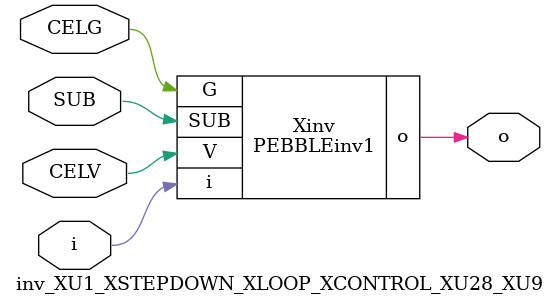
<source format=v>



module PEBBLEinv1 ( o, G, SUB, V, i );

  input V;
  input i;
  input G;
  output o;
  input SUB;
endmodule

//Celera Confidential Do Not Copy inv_XU1_XSTEPDOWN_XLOOP_XCONTROL_XU28_XU9
//Celera Confidential Symbol Generator
//5V Inverter
module inv_XU1_XSTEPDOWN_XLOOP_XCONTROL_XU28_XU9 (CELV,CELG,i,o,SUB);
input CELV;
input CELG;
input i;
input SUB;
output o;

//Celera Confidential Do Not Copy inv
PEBBLEinv1 Xinv(
.V (CELV),
.i (i),
.o (o),
.SUB (SUB),
.G (CELG)
);
//,diesize,PEBBLEinv1

//Celera Confidential Do Not Copy Module End
//Celera Schematic Generator
endmodule

</source>
